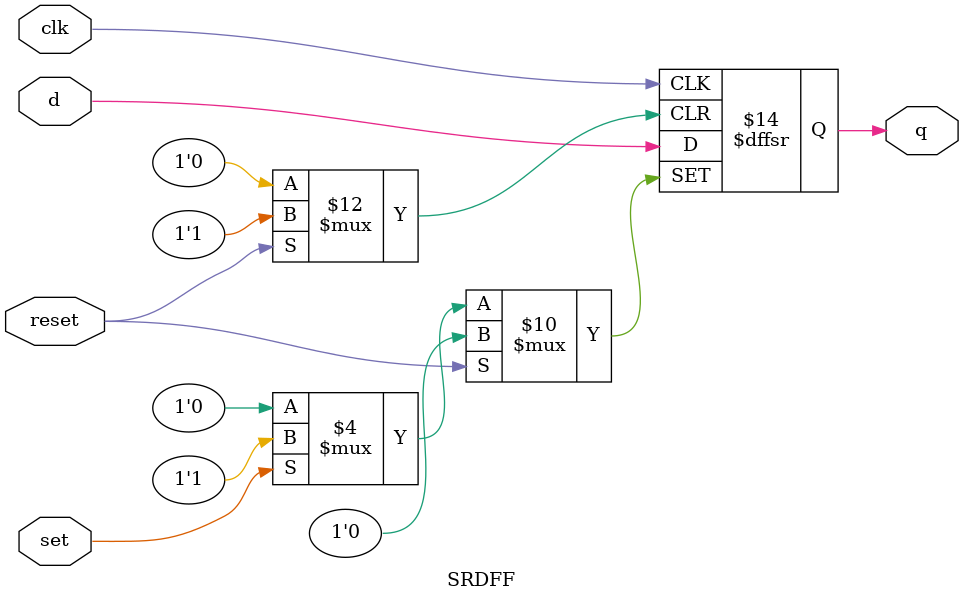
<source format=v>
module SRDFF(
    input clk,
    input reset,
    input set,
    input d,
    output reg q
);
    always @(posedge clk or posedge reset or posedge set) begin
        if (reset)
            q <= 0;
        else if (set)
            q <= 1;
        else
            q <= d;
    end
endmodule

</source>
